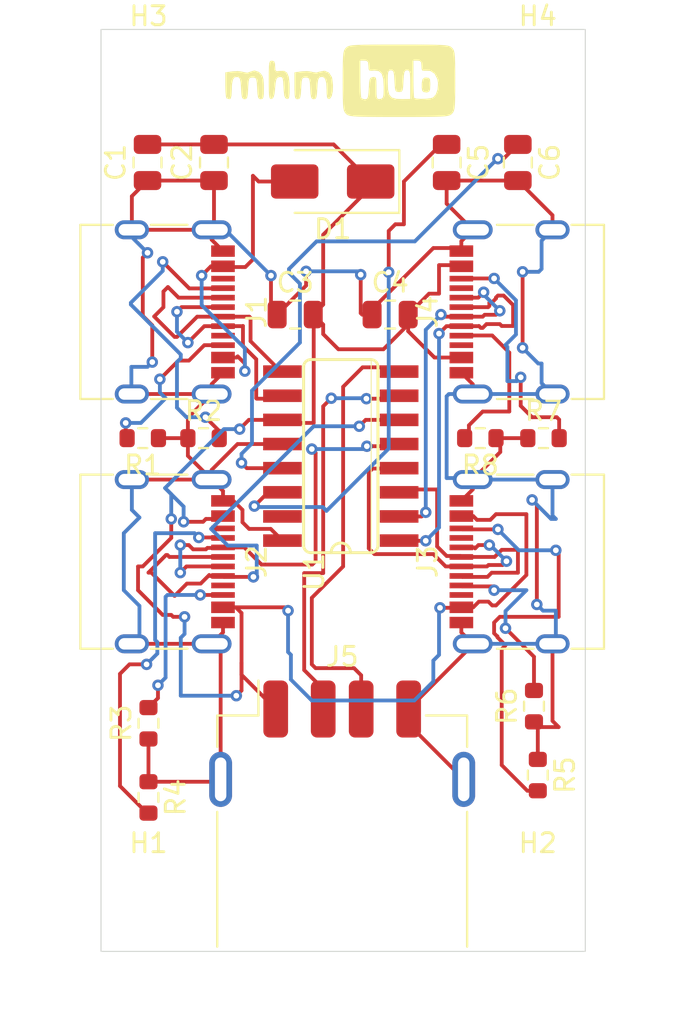
<source format=kicad_pcb>
(kicad_pcb (version 20240108) (generator "pcbnew") (generator_version "8.0")
  (layers (0 "F.Cu" signal) (31 "B.Cu" signal) (34 "B.Paste" user) (35 "F.Paste" user) (36 "B.SilkS" user "B.Silkscreen") (37 "F.SilkS" user "F.Silkscreen") (38 "B.Mask" user) (39 "F.Mask" user) (44 "Edge.Cuts" user))
  (net 0 "")
  (net 1 "VBUS")
  (net 2 "GND")
  (net 3 "Net-(U1-VDD18)")
  (net 4 "Net-(U1-VDD33)")
  (net 5 "Net-(D1-A)")
  (net 6 "usbc_1-")
  (net 8 "Net-(J1-CC2)")
  (net 9 "usbc_1+")
  (net 11 "Net-(J1-CC1)")
  (net 12 "usbc_2+")
  (net 13 "usbc_2-")
  (net 16 "Net-(J2-CC2)")
  (net 17 "Net-(J2-CC1)")
  (net 19 "usbc_3+")
  (net 21 "usbc_3-")
  (net 22 "Net-(J3-CC2)")
  (net 23 "Net-(J3-CC1)")
  (net 24 "usbc_4-")
  (net 25 "Net-(J4-CC1)")
  (net 26 "usbc_4+")
  (net 27 "Net-(J4-CC2)")
  (net 30 "usba+")
  (net 31 "usba-")
  (footprint "MountingHole:MountingHole_2.2mm_M2" (layer "F.Cu") (at 155.3 71.5)
    (property "Reference" "H4")
    (property "Value" "MountingHole")
  )
  (footprint "Resistor_SMD:R_0603_1608Metric" (layer "F.Cu") (at 137.7 90.5)
    (property "Reference" "R2")
    (property "Value" "5.1k")
  )
  (footprint "Connector_USB:USB_C_Receptacle_G-Switch_GT-USB-7010ASV" (layer "F.Cu") (at 135 97 -90)
    (property "Reference" "J2")
    (property "Value" "USB_C_Receptacle_USB2.0_16P")
  )
  (footprint "MountingHole:MountingHole_2.2mm_M2" (layer "F.Cu") (at 134.8 115)
    (property "Reference" "H1")
    (property "Value" "MountingHole")
  )
  (footprint "Capacitor_SMD:C_0805_2012Metric" (layer "F.Cu") (at 138.25 76 90)
    (property "Reference" "C2")
    (property "Value" "10uF")
  )
  (footprint "Resistor_SMD:R_0603_1608Metric" (layer "F.Cu") (at 152.275 90.5 180)
    (property "Reference" "R8")
    (property "Value" "5.1k")
  )
  (footprint "Resistor_SMD:R_0603_1608Metric" (layer "F.Cu") (at 134.8 105.5 90)
    (property "Reference" "R3")
    (property "Value" "5.1k")
  )
  (footprint "Capacitor_SMD:C_0805_2012Metric" (layer "F.Cu") (at 134.75 76 90)
    (property "Reference" "C1")
    (property "Value" "10uF")
  )
  (footprint "Capacitor_SMD:C_0805_2012Metric" (layer "F.Cu") (at 150.5 76 -90)
    (property "Reference" "C5")
    (property "Value" "10uF")
  )
  (footprint "corechips:SO16" (layer "F.Cu") (at 144.9266 91.445 90)
    (property "Reference" "U1")
    (property "Value" "SL2.1A")
  )
  (footprint "LOGO" (layer "F.Cu") (at 144.603667 71.657667)
    (property "Reference" "G***" (hide yes))
    (property "Value" "LOGO" (hide yes))
  )
  (footprint "Resistor_SMD:R_0603_1608Metric" (layer "F.Cu") (at 134.8 109.4 -90)
    (property "Reference" "R4")
    (property "Value" "5.1k")
  )
  (footprint "Resistor_SMD:R_0603_1608Metric" (layer "F.Cu") (at 155.3 108.225 -90)
    (property "Reference" "R5")
    (property "Value" "5.1k")
  )
  (footprint "Capacitor_SMD:C_0805_2012Metric" (layer "F.Cu") (at 142.525 84)
    (property "Reference" "C3")
    (property "Value" "10uF")
  )
  (footprint "Connector_USB:USB_A_Receptacle_GCT_USB1046" (layer "F.Cu") (at 145 112)
    (property "Reference" "J5")
    (property "Value" "USB_A")
  )
  (footprint "MountingHole:MountingHole_2.2mm_M2" (layer "F.Cu") (at 134.8 71.5)
    (property "Reference" "H3")
    (property "Value" "MountingHole")
  )
  (footprint "Resistor_SMD:R_0603_1608Metric" (layer "F.Cu") (at 155.1 104.6 90)
    (property "Reference" "R6")
    (property "Value" "5.1k")
  )
  (footprint "Diode_SMD:D_SMA" (layer "F.Cu") (at 144.5 77 180)
    (property "Reference" "D1")
    (property "Value" "D_Schottky_Small")
  )
  (footprint "Connector_USB:USB_C_Receptacle_G-Switch_GT-USB-7010ASV" (layer "F.Cu") (at 155 83.86 90)
    (property "Reference" "J4")
    (property "Value" "USB_C_Receptacle_USB2.0_16P")
  )
  (footprint "Capacitor_SMD:C_0805_2012Metric" (layer "F.Cu") (at 147.525 84)
    (property "Reference" "C4")
    (property "Value" "10uF")
  )
  (footprint "Connector_USB:USB_C_Receptacle_G-Switch_GT-USB-7010ASV" (layer "F.Cu") (at 155 97 90)
    (property "Reference" "J3")
    (property "Value" "USB_C_Receptacle_USB2.0_16P")
  )
  (footprint "Resistor_SMD:R_0603_1608Metric" (layer "F.Cu") (at 155.6 90.5)
    (property "Reference" "R7")
    (property "Value" "5.1k")
  )
  (footprint "Capacitor_SMD:C_0805_2012Metric" (layer "F.Cu") (at 154.25 76 -90)
    (property "Reference" "C6")
    (property "Value" "10uF")
  )
  (footprint "Resistor_SMD:R_0603_1608Metric" (layer "F.Cu") (at 134.5 90.5 180)
    (property "Reference" "R1")
    (property "Value" "5.1k" (hide yes))
  )
  (footprint "Connector_USB:USB_C_Receptacle_G-Switch_GT-USB-7010ASV" (layer "F.Cu") (at 135 83.86 -90)
    (property "Reference" "J1")
    (property "Value" "USB_C_Receptacle_USB2.0_16P")
  )
  (footprint "MountingHole:MountingHole_2.2mm_M2" (layer "F.Cu") (at 155.3 115)
    (property "Reference" "H2")
    (property "Value" "MountingHole")
  )
  (gr_rect (start 132.3 69) (end 157.8 117.5) (stroke (width 0.05)) (fill none) (layer "Edge.Cuts"))
  (segment (start 136 99.8) (end 135.55 99.8) (width 0.2) (layer "F.Cu") (net 1))
  (segment (start 135.55 99.8) (end 134.25 98.5) (width 0.2) (layer "F.Cu") (net 1))
  (segment (start 139.7 102.325) (end 139.7 103.775) (width 0.2) (layer "F.Cu") (net 1))
  (segment (start 139.7 103.775) (end 139.425 104.05) (width 0.2) (layer "F.Cu") (net 1))
  (segment (start 153.1 99.3) (end 152.9 99.3) (width 0.2) (layer "F.Cu") (net 1))
  (segment (start 138.25 75.05) (end 134.75 75.05) (width 0.2) (layer "F.Cu") (net 1))
  (segment (start 150.1 82.9) (end 150.1 81.4) (width 0.2) (layer "F.Cu") (net 1))
  (segment (start 151.275 86.26) (end 149.86 86.26) (width 0.2) (layer "F.Cu") (net 1))
  (segment (start 148.475 84.525) (end 147.175 85.825) (width 0.2) (layer "F.Cu") (net 1))
  (segment (start 150.1 81.4) (end 151.215 81.4) (width 0.2) (layer "F.Cu") (net 1))
  (segment (start 144.55 75.05) (end 146.5 77) (width 0.2) (layer "F.Cu") (net 1))
  (segment (start 151.215 81.4) (end 151.275 81.46) (width 0.2) (layer "F.Cu") (net 1))
  (segment (start 139.7 102.325) (end 139.7 102.95) (width 0.2) (layer "F.Cu") (net 1))
  (segment (start 144 85.025) (end 144.8 85.825) (width 0.2) (layer "F.Cu") (net 1))
  (segment (start 151.275 94.6) (end 151.9 94.6) (width 0.2) (layer "F.Cu") (net 1))
  (segment (start 138.725 99.4) (end 139.4 99.4) (width 0.2) (layer "F.Cu") (net 1))
  (segment (start 137.825 94.75) (end 138.575 94.75) (width 0.2) (layer "F.Cu") (net 1))
  (segment (start 143.5 84.5) (end 143.5 89.7) (width 0.2) (layer "F.Cu") (net 1))
  (segment (start 144 84.525) (end 143.475 84) (width 0.2) (layer "F.Cu") (net 1))
  (segment (start 134.25 97.25) (end 134.25 98.5) (width 0.2) (layer "F.Cu") (net 1))
  (segment (start 146.5 77.3) (end 144.5 79.3) (width 0.2) (layer "F.Cu") (net 1))
  (segment (start 143.5 89.7) (end 142.0132 89.7) (width 0.2) (layer "F.Cu") (net 1))
  (segment (start 139.4 99.4) (end 139.7 99.7) (width 0.2) (layer "F.Cu") (net 1))
  (segment (start 136.65 94.9) (end 137.675 94.9) (width 0.2) (layer "F.Cu") (net 1))
  (segment (start 141.975 99.4) (end 142.15 99.575) (width 0.2) (layer "F.Cu") (net 1))
  (segment (start 139.7 102.95) (end 141.5 104.75) (width 0.2) (layer "F.Cu") (net 1))
  (segment (start 138.25 75.05) (end 144.55 75.05) (width 0.2) (layer "F.Cu") (net 1))
  (segment (start 134.5 97.25) (end 134.25 97.25) (width 0.2) (layer "F.Cu") (net 1))
  (segment (start 139.7 99.7) (end 139.7 102.325) (width 0.2) (layer "F.Cu") (net 1))
  (segment (start 152.1 94.8) (end 152.8 94.8) (width 0.2) (layer "F.Cu") (net 1))
  (segment (start 151.9 99.4) (end 151.275 99.4) (width 0.2) (layer "F.Cu") (net 1))
  (segment (start 151.25 99.425) (end 151.275 99.4) (width 0.2) (layer "F.Cu") (net 1))
  (segment (start 144 83.475) (end 143.475 84) (width 0.2) (layer "F.Cu") (net 1))
  (segment (start 142.0132 89.7) (end 141.8532 89.54) (width 0.2) (layer "F.Cu") (net 1))
  (segment (start 151.9 94.6) (end 152.1 94.8) (width 0.2) (layer "F.Cu") (net 1))
  (segment (start 152.7 99.1) (end 152.2 99.1) (width 0.2) (layer "F.Cu") (net 1))
  (segment (start 148.475 84.875) (end 148.475 84) (width 0.2) (layer "F.Cu") (net 1))
  (segment (start 146.5 77) (end 146.5 77.3) (width 0.2) (layer "F.Cu") (net 1))
  (segment (start 136.7 99.9) (end 136.1 99.9) (width 0.2) (layer "F.Cu") (net 1))
  (segment (start 144.8 85.825) (end 147.175 85.825) (width 0.2) (layer "F.Cu") (net 1))
  (segment (start 138.725 99.4) (end 141.975 99.4) (width 0.2) (layer "F.Cu") (net 1))
  (segment (start 144.5 79.3) (end 144 79.8) (width 0.2) (layer "F.Cu") (net 1))
  (segment (start 148.475 84) (end 148.475 84.525) (width 0.2) (layer "F.Cu") (net 1))
  (segment (start 150.15 99.425) (end 151.25 99.425) (width 0.2) (layer "F.Cu") (net 1))
  (segment (start 154.7 97.7) (end 153.1 99.3) (width 0.2) (layer "F.Cu") (net 1))
  (segment (start 136 94.75) (end 136 95.75) (width 0.2) (layer "F.Cu") (net 1))
  (segment (start 149.575 82.9) (end 148.475 84) (width 0.2) (layer "F.Cu") (net 1))
  (segment (start 152.9 99.3) (end 152.7 99.1) (width 0.2) (layer "F.Cu") (net 1))
  (segment (start 144 79.8) (end 144 83.475) (width 0.2) (layer "F.Cu") (net 1))
  (segment (start 154.7 94.5) (end 154.7 97.7) (width 0.2) (layer "F.Cu") (net 1))
  (segment (start 149.86 86.26) (end 148.475 84.875) (width 0.2) (layer "F.Cu") (net 1))
  (segment (start 144 85.025) (end 144 84.525) (width 0.2) (layer "F.Cu") (net 1))
  (segment (start 134.5 97.25) (end 136 95.75) (width 0.2) (layer "F.Cu") (net 1))
  (segment (start 152.2 99.1) (end 151.9 99.4) (width 0.2) (layer "F.Cu") (net 1))
  (segment (start 141.8532 89.54) (end 140.085 89.54) (width 0.2) (layer "F.Cu") (net 1))
  (segment (start 138.575 94.75) (end 138.725 94.6) (width 0.2) (layer "F.Cu") (net 1))
  (segment (start 140.085 89.54) (end 139.6 90.025) (width 0.2) (layer "F.Cu") (net 1))
  (segment (start 153.1 94.5) (end 154.7 94.5) (width 0.2) (layer "F.Cu") (net 1))
  (segment (start 136.1 99.9) (end 136 99.8) (width 0.2) (layer "F.Cu") (net 1))
  (segment (start 137.675 94.9) (end 137.825 94.75) (width 0.2) (layer "F.Cu") (net 1))
  (segment (start 150.1 82.9) (end 149.575 82.9) (width 0.2) (layer "F.Cu") (net 1))
  (segment (start 152.8 94.8) (end 153.1 94.5) (width 0.2) (layer "F.Cu") (net 1))
  (via (at 139.6 90.025) (size 0.6) (drill 0.3) (layers "F.Cu" "B.Cu") (net 1))
  (via (at 139.425 104.05) (size 0.6) (drill 0.3) (layers "F.Cu" "B.Cu") (net 1))
  (via (at 150.15 99.425) (size 0.6) (drill 0.3) (layers "F.Cu" "B.Cu") (net 1))
  (via (at 136 94.75) (size 0.6) (drill 0.3) (layers "F.Cu" "B.Cu") (net 1))
  (via (at 136.7 99.9) (size 0.6) (drill 0.3) (layers "F.Cu" "B.Cu") (net 1))
  (via (at 136.65 94.9) (size 0.6) (drill 0.3) (layers "F.Cu" "B.Cu") (net 1))
  (via (at 142.15 99.575) (size 0.6) (drill 0.3) (layers "F.Cu" "B.Cu") (net 1))
  (segment (start 136.5 101) (end 136.5 104.05) (width 0.2) (layer "B.Cu") (net 1))
  (segment (start 149.8 103.3) (end 149.8 102.2) (width 0.2) (layer "B.Cu") (net 1))
  (segment (start 139.425 104.05) (end 136.5 104.05) (width 0.2) (layer "B.Cu") (net 1))
  (segment (start 139.6 90.025) (end 138.775 90.025) (width 0.2) (layer "B.Cu") (net 1))
  (segment (start 142.3 103.2) (end 143.4 104.3) (width 0.2) (layer "B.Cu") (net 1))
  (segment (start 136.7 100) (end 136.7 99.9) (width 0.2) (layer "B.Cu") (net 1))
  (segment (start 136.7 100.8) (end 136.5 101) (width 0.2) (layer "B.Cu") (net 1))
  (segment (start 143.4 104.3) (end 148.8 104.3) (width 0.2) (layer "B.Cu") (net 1))
  (segment (start 136 93.45) (end 136 94.75) (width 0.2) (layer "B.Cu") (net 1))
  (segment (start 136.7 100) (end 136.7 100.8) (width 0.2) (layer "B.Cu") (net 1))
  (segment (start 142.15 99.575) (end 142.15 101.75) (width 0.2) (layer "B.Cu") (net 1))
  (segment (start 135.675 93.125) (end 136.65 94.1) (width 0.2) (layer "B.Cu") (net 1))
  (segment (start 148.8 104.3) (end 149.8 103.3) (width 0.2) (layer "B.Cu") (net 1))
  (segment (start 142.3 101.9) (end 142.3 103.2) (width 0.2) (layer "B.Cu") (net 1))
  (segment (start 135.675 93.125) (end 138.775 90.025) (width 0.2) (layer "B.Cu") (net 1))
  (segment (start 149.8 102.2) (end 150.1 101.9) (width 0.2) (layer "B.Cu") (net 1))
  (segment (start 135.675 93.125) (end 136 93.45) (width 0.2) (layer "B.Cu") (net 1))
  (segment (start 150.1 99.475) (end 150.15 99.425) (width 0.2) (layer "B.Cu") (net 1))
  (segment (start 150.1 101.9) (end 150.1 99.475) (width 0.2) (layer "B.Cu") (net 1))
  (segment (start 136.65 94.1) (end 136.65 94.9) (width 0.2) (layer "B.Cu") (net 1))
  (segment (start 142.15 101.75) (end 142.3 101.9) (width 0.2) (layer "B.Cu") (net 1))
  (segment (start 138.125 92.68) (end 138.725 93.28) (width 0.2) (layer "F.Cu") (net 2))
  (segment (start 134.5 84.065686) (end 135 84.565686) (width 0.2) (layer "F.Cu") (net 2))
  (segment (start 138.125 92.175) (end 138.125 92.68) (width 0.2) (layer "F.Cu") (net 2))
  (segment (start 156.075 79.54) (end 156.075 78.775) (width 0.2) (layer "F.Cu") (net 2))
  (segment (start 138.25 77.475) (end 138.25 79.415) (width 0.2) (layer "F.Cu") (net 2))
  (segment (start 148.5 105.55) (end 151.4 108.45) (width 0.2) (layer "F.Cu") (net 2))
  (segment (start 138.125 79.54) (end 133.925 79.54) (width 0.2) (layer "F.Cu") (net 2))
  (segment (start 154.25 76.95) (end 150.5 76.95) (width 0.2) (layer "F.Cu") (net 2))
  (segment (start 141.8532 90.81) (end 139.49 90.81) (width 0.2) (layer "F.Cu") (net 2))
  (segment (start 150.5 78.165) (end 151.875 79.54) (width 0.2) (layer "F.Cu") (net 2))
  (segment (start 151.115 80.5) (end 151.275 80.66) (width 0.2) (layer "F.Cu") (net 2))
  (segment (start 134.5 81) (end 134.75 80.75) (width 0.2) (layer "F.Cu") (net 2))
  (segment (start 151.875 101.375) (end 151.875 101.32) (width 0.2) (layer "F.Cu") (net 2))
  (segment (start 145.975 83.925) (end 146.05 84) (width 0.2) (layer "F.Cu") (net 2))
  (segment (start 141.25 81.95) (end 141.25 83.8) (width 0.2) (layer "F.Cu") (net 2))
  (segment (start 134.5 84) (end 134.5 81) (width 0.2) (layer "F.Cu") (net 2))
  (segment (start 154.775 90.5) (end 153.1 90.5) (width 0.2) (layer "F.Cu") (net 2))
  (segment (start 138.475 108.575) (end 138.6 108.45) (width 0.2) (layer "F.Cu") (net 2))
  (segment (start 156.075 105.375) (end 156.4 105.7) (width 0.2) (layer "F.Cu") (net 2))
  (segment (start 141.2382 95.275) (end 140.1 95.275) (width 0.2) (layer "F.Cu") (net 2))
  (segment (start 153.325 91.23) (end 151.875 92.68) (width 0.2) (layer "F.Cu") (net 2))
  (segment (start 138.25 79.415) (end 138.125 79.54) (width 0.2) (layer "F.Cu") (net 2))
  (segment (start 135 86.5) (end 135 84.565686) (width 0.2) (layer "F.Cu") (net 2))
  (segment (start 139.275 93.8) (end 139.75 94.275) (width 0.2) (layer "F.Cu") (net 2))
  (segment (start 134.8 108.575) (end 138.475 108.575) (width 0.2) (layer "F.Cu") (net 2))
  (segment (start 138.125 80.06) (end 138.725 80.66) (width 0.2) (layer "F.Cu") (net 2))
  (segment (start 138.725 93.28) (end 138.725 93.8) (width 0.2) (layer "F.Cu") (net 2))
  (segment (start 139.75 94.925) (end 140.1 95.275) (width 0.2) (layer "F.Cu") (net 2))
  (segment (start 148.5 104.75) (end 148.5 105.55) (width 0.2) (layer "F.Cu") (net 2))
  (segment (start 138.125 79.54) (end 138.125 80.06) (width 0.2) (layer "F.Cu") (net 2))
  (segment (start 133.925 88.18) (end 138.125 88.18) (width 0.2) (layer "F.Cu") (net 2))
  (segment (start 138.725 93.8) (end 139.275 93.8) (width 0.2) (layer "F.Cu") (net 2))
  (segment (start 150.5 76.95) (end 150.5 78.165) (width 0.2) (layer "F.Cu") (net 2))
  (segment (start 138.125 87.66) (end 138.725 87.06) (width 0.2) (layer "F.Cu") (net 2))
  (segment (start 151.875 93.2) (end 151.275 93.8) (width 0.2) (layer "F.Cu") (net 2))
  (segment (start 138.125 92.68) (end 133.925 92.68) (width 0.2) (layer "F.Cu") (net 2))
  (segment (start 143.1 82.475) (end 141.575 84) (width 0.2) (layer "F.Cu") (net 2))
  (segment (start 134.8 106.325) (end 134.8 108.575) (width 0.2) (layer "F.Cu") (net 2))
  (segment (start 133.925 77.775) (end 134.75 76.95) (width 0.2) (layer "F.Cu") (net 2))
  (segment (start 151.275 80.14) (end 151.875 79.54) (width 0.2) (layer "F.Cu") (net 2))
  (segment (start 138.6 108.45) (end 138.6 101.795) (width 0.2) (layer "F.Cu") (net 2))
  (segment (start 138.6 101.795) (end 138.125 101.32) (width 0.2) (layer "F.Cu") (net 2))
  (segment (start 155.3 107.4) (end 155.3 105.625) (width 0.2) (layer "F.Cu") (net 2))
  (segment (start 151.875 92.68) (end 151.875 93.2) (width 0.2) (layer "F.Cu") (net 2))
  (segment (start 149.8 80.5) (end 151.115 80.5) (width 0.2) (layer "F.Cu") (net 2))
  (segment (start 151.875 88.18) (end 151.875 87.66) (width 0.2) (layer "F.Cu") (net 2))
  (segment (start 151.875 87.66) (end 151.275 87.06) (width 0.2) (layer "F.Cu") (net 2))
  (segment (start 134.5 84.065686) (end 134.5 84) (width 0.2) (layer "F.Cu") (net 2))
  (segment (start 154.5 85.75) (end 154.5 81.75) (width 0.2) (layer "F.Cu") (net 2))
  (segment (start 156.075 101.32) (end 156.075 105.375) (width 0.2) (layer "F.Cu") (net 2))
  (segment (start 148.5 104.75) (end 151.875 101.375) (width 0.2) (layer "F.Cu") (net 2))
  (segment (start 141.8532 95.89) (end 141.2382 95.275) (width 0.2) (layer "F.Cu") (net 2))
  (segment (start 145.975 81.9) (end 145.975 83.925) (width 0.2) (layer "F.Cu") (net 2))
  (segment (start 146.05 84) (end 146.3 84) (width 0.2) (layer "F.Cu") (net 2))
  (segment (start 156.075 78.775) (end 154.25 76.95) (width 0.2) (layer "F.Cu") (net 2))
  (segment (start 135.325 90.5) (end 136.875 90.5) (width 0.2) (layer "F.Cu") (net 2))
  (segment (start 151.275 100.2) (end 151.275 100.72) (width 0.2) (layer "F.Cu") (net 2))
  (segment (start 151.275 100.72) (end 151.875 101.32) (width 0.2) (layer "F.Cu") (net 2))
  (segment (start 136.875 91.43) (end 138.125 92.68) (width 0.2) (layer "F.Cu") (net 2))
  (segment (start 155.25 99.25) (end 155.25 94) (width 0.2) (layer "F.Cu") (net 2))
  (segment (start 146.3 84) (end 149.8 80.5) (width 0.2) (layer "F.Cu") (net 2))
  (segment (start 139.75 94.275) (end 139.75 94.925) (width 0.2) (layer "F.Cu") (net 2))
  (segment (start 136.875 90.5) (end 136.875 89.43) (width 0.2) (layer "F.Cu") (net 2))
  (segment (start 134.75 76.95) (end 138.25 76.95) (width 0.2) (layer "F.Cu") (net 2))
  (segment (start 136.875 90.5) (end 136.875 91.43) (width 0.2) (layer "F.Cu") (net 2))
  (segment (start 143.1 81.725) (end 143.1 82.475) (width 0.2) (layer "F.Cu") (net 2))
  (segment (start 136.875 89.43) (end 138.125 88.18) (width 0.2) (layer "F.Cu") (net 2))
  (segment (start 138.125 88.18) (end 138.125 87.66) (width 0.2) (layer "F.Cu") (net 2))
  (segment (start 155.375 105.7) (end 155.1 105.425) (width 0.2) (layer "F.Cu") (net 2))
  (segment (start 156.4 105.7) (end 155.375 105.7) (width 0.2) (layer "F.Cu") (net 2))
  (segment (start 138.725 100.2) (end 138.725 100.72) (width 0.2) (layer "F.Cu") (net 2))
  (segment (start 153.325 90.5) (end 153.325 91.23) (width 0.2) (layer "F.Cu") (net 2))
  (segment (start 133.925 79.54) (end 133.925 77.775) (width 0.2) (layer "F.Cu") (net 2))
  (segment (start 133.925 101.32) (end 138.125 101.32) (width 0.2) (layer "F.Cu") (net 2))
  (segment (start 151.275 80.66) (end 151.275 80.14) (width 0.2) (layer "F.Cu") (net 2))
  (segment (start 138.725 100.72) (end 138.125 101.32) (width 0.2) (layer "F.Cu") (net 2))
  (segment (start 155.3 105.625) (end 155.1 105.425) (width 0.2) (layer "F.Cu") (net 2))
  (segment (start 139.49 90.81) (end 138.125 92.175) (width 0.2) (layer "F.Cu") (net 2))
  (segment (start 155.25 94) (end 155 93.75) (width 0.2) (layer "F.Cu") (net 2))
  (via (at 145.975 81.9) (size 0.6) (drill 0.3) (layers "F.Cu" "B.Cu") (net 2))
  (via (at 154.5 85.75) (size 0.6) (drill 0.3) (layers "F.Cu" "B.Cu") (net 2))
  (via (at 143.1 81.725) (size 0.6) (drill 0.3) (layers "F.Cu" "B.Cu") (net 2))
  (via (at 134.75 80.75) (size 0.6) (drill 0.3) (layers "F.Cu" "B.Cu") (net 2))
  (via (at 135 86.5) (size 0.6) (drill 0.3) (layers "F.Cu" "B.Cu") (net 2))
  (via (at 155 93.75) (size 0.6) (drill 0.3) (layers "F.Cu" "B.Cu") (net 2))
  (via (at 155.25 99.25) (size 0.6) (drill 0.3) (layers "F.Cu" "B.Cu") (net 2))
  (via (at 141.25 81.95) (size 0.6) (drill 0.3) (layers "F.Cu" "B.Cu") (net 2))
  (via (at 154.5 81.75) (size 0.6) (drill 0.3) (layers "F.Cu" "B.Cu") (net 2))
  (segment (start 156.25 99.575) (end 156.25 101.145) (width 0.2) (layer "B.Cu") (net 2))
  (segment (start 133.9 88.155) (end 133.925 88.18) (width 0.2) (layer "B.Cu") (net 2))
  (segment (start 145.8 81.725) (end 145.975 81.9) (width 0.2) (layer "B.Cu") (net 2))
  (segment (start 155.5 86.575) (end 155.325 86.575) (width 0.2) (layer "B.Cu") (net 2))
  (segment (start 134.325 94.675) (end 133.925 94.275) (width 0.2) (layer "B.Cu") (net 2))
  (segment (start 133.925 79.925) (end 133.925 79.54) (width 0.2) (layer "B.Cu") (net 2))
  (segment (start 155.5 86.575) (end 155.5 87.605) (width 0.2) (layer "B.Cu") (net 2))
  (segment (start 134.325 94.675) (end 133.5 95.5) (width 0.2) (layer "B.Cu") (net 2))
  (segment (start 155.325 86.575) (end 154.5 85.75) (width 0.2) (layer "B.Cu") (net 2))
  (segment (start 134.325 99.325) (end 134.325 100.92) (width 0.2) (layer "B.Cu") (net 2))
  (segment (start 133.5 98.5) (end 134.325 99.325) (width 0.2) (layer "B.Cu") (net 2))
  (segment (start 154.5 81.75) (end 155.35 81.75) (width 0.2) (layer "B.Cu") (net 2))
  (segment (start 156.075 92.68) (end 151.875 92.68) (width 0.2) (layer "B.Cu") (net 2))
  (segment (start 156.25 101.145) (end 156.075 101.32) (width 0.2) (layer "B.Cu") (net 2))
  (segment (start 156.075 92.68) (end 156.075 94.575) (width 0.2) (layer "B.Cu") (net 2))
  (segment (start 155 93.75) (end 156 94.75) (width 0.2) (layer "B.Cu") (net 2))
  (segment (start 155.5 81.6) (end 155.5 80.115) (width 0.2) (layer "B.Cu") (net 2))
  (segment (start 155.5 80.115) (end 156.075 79.54) (width 0.2) (layer "B.Cu") (net 2))
  (segment (start 155.5 87.605) (end 156.075 88.18) (width 0.2) (layer "B.Cu") (net 2))
  (segment (start 156 94.75) (end 156.25 94.75) (width 0.2) (layer "B.Cu") (net 2))
  (segment (start 155.575 99.575) (end 155.25 99.25) (width 0.2) (layer "B.Cu") (net 2))
  (segment (start 133.9 86.75) (end 133.9 88.155) (width 0.2) (layer "B.Cu") (net 2))
  (segment (start 156.075 88.18) (end 151.875 88.18) (width 0.2) (layer "B.Cu") (net 2))
  (segment (start 150.62 88.18) (end 150.5 88.3) (width 0.2) (layer "B.Cu") (net 2))
  (segment (start 156.075 101.32) (end 151.875 101.32) (width 0.2) (layer "B.Cu") (net 2))
  (segment (start 155.35 81.75) (end 155.5 81.6) (width 0.2) (layer "B.Cu") (net 2))
  (segment (start 138.84 79.54) (end 141.25 81.95) (width 0.2) (layer "B.Cu") (net 2))
  (segment (start 156.075 94.575) (end 156.25 94.75) (width 0.2) (layer "B.Cu") (net 2))
  (segment (start 133.9 86.75) (end 134.75 86.75) (width 0.2) (layer "B.Cu") (net 2))
  (segment (start 151.875 88.18) (end 150.62 88.18) (width 0.2) (layer "B.Cu") (net 2))
  (segment (start 143.1 81.725) (end 145.8 81.725) (width 0.2) (layer "B.Cu") (net 2))
  (segment (start 134.325 100.92) (end 133.925 101.32) (width 0.2) (layer "B.Cu") (net 2))
  (segment (start 134.75 80.75) (end 133.925 79.925) (width 0.2) (layer "B.Cu") (net 2))
  (segment (start 134.75 86.75) (end 135 86.5) (width 0.2) (layer "B.Cu") (net 2))
  (segment (start 156.25 99.575) (end 155.575 99.575) (width 0.2) (layer "B.Cu") (net 2))
  (segment (start 133.5 95.5) (end 133.5 98.5) (width 0.2) (layer "B.Cu") (net 2))
  (segment (start 150.5 92.6) (end 151.795 92.6) (width 0.2) (layer "B.Cu") (net 2))
  (segment (start 133.925 94.275) (end 133.925 92.68) (width 0.2) (layer "B.Cu") (net 2))
  (segment (start 150.5 88.3) (end 150.5 92.6) (width 0.2) (layer "B.Cu") (net 2))
  (segment (start 138.125 79.54) (end 138.84 79.54) (width 0.2) (layer "B.Cu") (net 2))
  (segment (start 151.795 92.6) (end 151.875 92.68) (width 0.2) (layer "B.Cu") (net 2))
  (segment (start 150.5 75.05) (end 150.2 75.05) (width 0.2) (layer "F.Cu") (net 3))
  (segment (start 148.25 79.25) (end 147.8 79.25) (width 0.2) (layer "F.Cu") (net 3))
  (segment (start 140.375 94.075) (end 141.1 93.35) (width 0.2) (layer "F.Cu") (net 3))
  (segment (start 147.45 79.6) (end 147.45 81.775) (width 0.2) (layer "F.Cu") (net 3))
  (segment (start 150.2 75.05) (end 148.25 77) (width 0.2) (layer "F.Cu") (net 3))
  (segment (start 148.25 77) (end 148.25 79.25) (width 0.2) (layer "F.Cu") (net 3))
  (segment (start 147.8 79.25) (end 147.45 79.6) (width 0.2) (layer "F.Cu") (net 3))
  (segment (start 141.1 93.35) (end 141.8532 93.35) (width 0.2) (layer "F.Cu") (net 3))
  (via (at 147.45 81.775) (size 0.6) (drill 0.3) (layers "F.Cu" "B.Cu") (net 3))
  (via (at 140.375 94.075) (size 0.6) (drill 0.3) (layers "F.Cu" "B.Cu") (net 3))
  (segment (start 140.425 94.125) (end 143.975 94.125) (width 0.2) (layer "B.Cu") (net 3))
  (segment (start 144.175 94.325) (end 143.975 94.125) (width 0.2) (layer "B.Cu") (net 3))
  (segment (start 140.425 94.125) (end 140.375 94.075) (width 0.2) (layer "B.Cu") (net 3))
  (segment (start 147.45 81.775) (end 147.45 91.05) (width 0.2) (layer "B.Cu") (net 3))
  (segment (start 147.45 91.05) (end 144.175 94.325) (width 0.2) (layer "B.Cu") (net 3))
  (segment (start 153.2 75.8) (end 153.5 75.8) (width 0.2) (layer "F.Cu") (net 4))
  (segment (start 139.98 92.08) (end 139.7 91.8) (width 0.2) (layer "F.Cu") (net 4))
  (segment (start 153.5 75.8) (end 154.25 75.05) (width 0.2) (layer "F.Cu") (net 4))
  (segment (start 141.8532 92.08) (end 139.98 92.08) (width 0.2) (layer "F.Cu") (net 4))
  (via (at 139.7 91.8) (size 0.6) (drill 0.3) (layers "F.Cu" "B.Cu") (net 4))
  (via (at 153.2 75.8) (size 0.6) (drill 0.3) (layers "F.Cu" "B.Cu") (net 4))
  (segment (start 153.225 75.75) (end 153.225 75.775) (width 0.2) (layer "B.Cu") (net 4))
  (segment (start 142.775 85.475) (end 142.775 82.375) (width 0.2) (layer "B.Cu") (net 4))
  (segment (start 140.25 90.775) (end 140.25 88) (width 0.2) (layer "B.Cu") (net 4))
  (segment (start 143.65 80.15) (end 148.825 80.15) (width 0.2) (layer "B.Cu") (net 4))
  (segment (start 153.225 75.775) (end 153.2 75.8) (width 0.2) (layer "B.Cu") (net 4))
  (segment (start 142.2 81.6) (end 143.65 80.15) (width 0.2) (layer "B.Cu") (net 4))
  (segment (start 142.2 81.8) (end 142.2 81.6) (width 0.2) (layer "B.Cu") (net 4))
  (segment (start 142.775 82.375) (end 142.2 81.8) (width 0.2) (layer "B.Cu") (net 4))
  (segment (start 140.25 88) (end 142.775 85.475) (width 0.2) (layer "B.Cu") (net 4))
  (segment (start 139.7 91.8) (end 139.7 91.325) (width 0.2) (layer "B.Cu") (net 4))
  (segment (start 139.7 91.325) (end 140.25 90.775) (width 0.2) (layer "B.Cu") (net 4))
  (segment (start 148.825 80.15) (end 153.225 75.75) (width 0.2) (layer "B.Cu") (net 4))
  (segment (start 139.875 86.975) (end 139.875 86.575) (width 0.2) (layer "F.Cu") (net 5))
  (segment (start 139.9 81.5) (end 138.765 81.5) (width 0.2) (layer "F.Cu") (net 5))
  (segment (start 140.3 81.1) (end 139.9 81.5) (width 0.2) (layer "F.Cu") (net 5))
  (segment (start 138.765 81.5) (end 138.725 81.46) (width 0.2) (layer "F.Cu") (net 5))
  (segment (start 139.875 86.575) (end 139.5 86.2) (width 0.2) (layer "F.Cu") (net 5))
  (segment (start 138.09 81.46) (end 137.6 81.95) (width 0.2) (layer "F.Cu") (net 5))
  (segment (start 140.6 77) (end 140.3 76.7) (width 0.2) (layer "F.Cu") (net 5))
  (segment (start 138.725 81.46) (end 138.09 81.46) (width 0.2) (layer "F.Cu") (net 5))
  (segment (start 142.5 77) (end 140.6 77) (width 0.2) (layer "F.Cu") (net 5))
  (segment (start 140.3 76.7) (end 140.3 81.1) (width 0.2) (layer "F.Cu") (net 5))
  (segment (start 139.5 86.2) (end 139.44 86.26) (width 0.2) (layer "F.Cu") (net 5))
  (segment (start 139.44 86.26) (end 138.725 86.26) (width 0.2) (layer "F.Cu") (net 5))
  (via (at 137.6 81.95) (size 0.6) (drill 0.3) (layers "F.Cu" "B.Cu") (net 5))
  (via (at 139.875 86.975) (size 0.6) (drill 0.3) (layers "F.Cu" "B.Cu") (net 5))
  (segment (start 139.875 85.775) (end 139.875 86.975) (width 0.2) (layer "B.Cu") (net 5))
  (segment (start 137.6 83.5) (end 139.875 85.775) (width 0.2) (layer "B.Cu") (net 5))
  (segment (start 137.6 81.95) (end 137.6 83.5) (width 0.2) (layer "B.Cu") (net 5))
  (segment (start 135.825 82.55) (end 136.385 83.11) (width 0.2) (layer "F.Cu") (net 6))
  (segment (start 140.175 84.175) (end 140.175 85.4) (width 0.2) (layer "F.Cu") (net 6))
  (segment (start 136.175 85.175) (end 135.1 84.1) (width 0.2) (layer "F.Cu") (net 6))
  (segment (start 137.365 84.11) (end 136.3 85.175) (width 0.2) (layer "F.Cu") (net 6))
  (segment (start 140.175 85.4) (end 141.775 87) (width 0.2) (layer "F.Cu") (net 6))
  (segment (start 138.725 84.11) (end 137.365 84.11) (width 0.2) (layer "F.Cu") (net 6))
  (segment (start 135.1 84.1) (end 135.588235 83.611765) (width 0.2) (layer "F.Cu") (net 6))
  (segment (start 138.725 84.11) (end 140.11 84.11) (width 0.2) (layer "F.Cu") (net 6))
  (segment (start 135.588235 82.786765) (end 135.825 82.55) (width 0.2) (layer "F.Cu") (net 6))
  (segment (start 141.725 87) (end 141.8532 87) (width 0.2) (layer "F.Cu") (net 6))
  (segment (start 136.3 85.175) (end 136.175 85.175) (width 0.2) (layer "F.Cu") (net 6))
  (segment (start 136.385 83.11) (end 138.725 83.11) (width 0.2) (layer "F.Cu") (net 6))
  (segment (start 140.11 84.11) (end 140.175 84.175) (width 0.2) (layer "F.Cu") (net 6))
  (segment (start 135.588235 83.611765) (end 135.588235 82.786765) (width 0.2) (layer "F.Cu") (net 6))
  (segment (start 141.775 87) (end 141.8532 87) (width 0.2) (layer "F.Cu") (net 6))
  (segment (start 136.38 86.42) (end 135.4 87.4) (width 0.2) (layer "F.Cu") (net 8))
  (segment (start 136.93 86.42) (end 136.38 86.42) (width 0.2) (layer "F.Cu") (net 8))
  (segment (start 133.6 90.425) (end 133.675 90.5) (width 0.2) (layer "F.Cu") (net 8))
  (segment (start 136.93 86.42) (end 137.74 85.61) (width 0.2) (layer "F.Cu") (net 8))
  (segment (start 133.6 89.7) (end 133.6 90.425) (width 0.2) (layer "F.Cu") (net 8))
  (segment (start 137.74 85.61) (end 138.725 85.61) (width 0.2) (layer "F.Cu") (net 8))
  (via (at 135.4 87.4) (size 0.6) (drill 0.3) (layers "F.Cu" "B.Cu") (net 8))
  (via (at 133.6 89.7) (size 0.6) (drill 0.3) (layers "F.Cu" "B.Cu") (net 8))
  (segment (start 135.4 88.1) (end 135.7 88.4) (width 0.2) (layer "B.Cu") (net 8))
  (segment (start 134.4 89.7) (end 133.6 89.7) (width 0.2) (layer "B.Cu") (net 8))
  (segment (start 135.4 87.4) (end 135.4 88.1) (width 0.2) (layer "B.Cu") (net 8))
  (segment (start 135.7 88.4) (end 134.4 89.7) (width 0.2) (layer "B.Cu") (net 8))
  (segment (start 141.6982 88.425) (end 141.8532 88.27) (width 0.2) (layer "F.Cu") (net 9))
  (segment (start 140.5 88.425) (end 141.6982 88.425) (width 0.2) (layer "F.Cu") (net 9))
  (segment (start 140.475 88.4) (end 140.5 88.425) (width 0.2) (layer "F.Cu") (net 9))
  (segment (start 138.725 83.61) (end 136.54 83.61) (width 0.2) (layer "F.Cu") (net 9))
  (segment (start 139.765 84.61) (end 139.775 84.6) (width 0.2) (layer "F.Cu") (net 9))
  (segment (start 136.875 85.475) (end 137.74 84.61) (width 0.2) (layer "F.Cu") (net 9))
  (segment (start 139.775 85.65) (end 140.475 86.35) (width 0.2) (layer "F.Cu") (net 9))
  (segment (start 138.725 84.61) (end 139.765 84.61) (width 0.2) (layer "F.Cu") (net 9))
  (segment (start 137.74 84.61) (end 138.725 84.61) (width 0.2) (layer "F.Cu") (net 9))
  (segment (start 140.475 86.35) (end 140.475 88.4) (width 0.2) (layer "F.Cu") (net 9))
  (segment (start 136.54 83.61) (end 136.3 83.85) (width 0.2) (layer "F.Cu") (net 9))
  (segment (start 139.775 84.6) (end 139.775 85.65) (width 0.2) (layer "F.Cu") (net 9))
  (via (at 136.3 83.85) (size 0.6) (drill 0.3) (layers "F.Cu" "B.Cu") (net 9))
  (via (at 136.875 85.475) (size 0.6) (drill 0.3) (layers "F.Cu" "B.Cu") (net 9))
  (segment (start 136.3 83.85) (end 136.3 84.9) (width 0.2) (layer "B.Cu") (net 9))
  (segment (start 136.3 84.9) (end 136.875 85.475) (width 0.2) (layer "B.Cu") (net 9))
  (segment (start 135.55 81.225) (end 136.95 82.625) (width 0.2) (layer "F.Cu") (net 11))
  (segment (start 138.71 82.625) (end 138.725 82.61) (width 0.2) (layer "F.Cu") (net 11))
  (segment (start 136.95 82.625) (end 138.71 82.625) (width 0.2) (layer "F.Cu") (net 11))
  (segment (start 138.525 90.125) (end 137.8 89.4) (width 0.2) (layer "F.Cu") (net 11))
  (segment (start 138.525 90.5) (end 138.525 90.125) (width 0.2) (layer "F.Cu") (net 11))
  (via (at 137.8 89.4) (size 0.6) (drill 0.3) (layers "F.Cu" "B.Cu") (net 11))
  (via (at 135.55 81.225) (size 0.6) (drill 0.3) (layers "F.Cu" "B.Cu") (net 11))
  (segment (start 136.5 86.3) (end 136.5 86.1) (width 0.2) (layer "B.Cu") (net 11))
  (segment (start 136.5 86.1) (end 133.875 83.475) (width 0.2) (layer "B.Cu") (net 11))
  (segment (start 133.875 83.375) (end 135.55 81.7) (width 0.2) (layer "B.Cu") (net 11))
  (segment (start 136.8 89.4) (end 136.3 88.9) (width 0.2) (layer "B.Cu") (net 11))
  (segment (start 136.3 88.9) (end 136.3 86.5) (width 0.2) (layer "B.Cu") (net 11))
  (segment (start 135.55 81.7) (end 135.55 81.225) (width 0.2) (layer "B.Cu") (net 11))
  (segment (start 136.3 86.5) (end 136.5 86.3) (width 0.2) (layer "B.Cu") (net 11))
  (segment (start 137.8 89.4) (end 136.8 89.4) (width 0.2) (layer "B.Cu") (net 11))
  (segment (start 133.875 83.475) (end 133.875 83.375) (width 0.2) (layer "B.Cu") (net 11))
  (segment (start 138.725 96.75) (end 135.9 96.75) (width 0.2) (layer "F.Cu") (net 12))
  (segment (start 135.8 96.65) (end 135.725 96.65) (width 0.2) (layer "F.Cu") (net 12))
  (segment (start 140.325 97.8) (end 138.775 97.8) (width 0.2) (layer "F.Cu") (net 12))
  (segment (start 138.775 97.8) (end 138.725 97.75) (width 0.2) (layer "F.Cu") (net 12))
  (segment (start 136.825 98.15) (end 137.55 98.15) (width 0.2) (layer "F.Cu") (net 12))
  (segment (start 137.55 98.15) (end 138 97.7) (width 0.2) (layer "F.Cu") (net 12))
  (segment (start 134.95 97.575) (end 136.175 98.8) (width 0.2) (layer "F.Cu") (net 12))
  (segment (start 138.05 97.75) (end 138.725 97.75) (width 0.2) (layer "F.Cu") (net 12))
  (segment (start 146.235 89.54) (end 145.9 89.875) (width 0.2) (layer "F.Cu") (net 12))
  (segment (start 134.8 97.575) (end 134.95 97.575) (width 0.2) (layer "F.Cu") (net 12))
  (segment (start 136.175 98.8) (end 136.825 98.15) (width 0.2) (layer "F.Cu") (net 12))
  (segment (start 138 97.7) (end 138.05 97.75) (width 0.2) (layer "F.Cu") (net 12))
  (segment (start 148 89.54) (end 146.235 89.54) (width 0.2) (layer "F.Cu") (net 12))
  (segment (start 135.9 96.75) (end 135.8 96.65) (width 0.2) (layer "F.Cu") (net 12))
  (segment (start 135.725 96.65) (end 134.8 97.575) (width 0.2) (layer "F.Cu") (net 12))
  (via (at 140.325 97.8) (size 0.6) (drill 0.3) (layers "F.Cu" "B.Cu") (net 12))
  (via (at 145.9 89.875) (size 0.6) (drill 0.3) (layers "F.Cu" "B.Cu") (net 12))
  (segment (start 143.5 89.875) (end 138.1 95.275) (width 0.2) (layer "B.Cu") (net 12))
  (segment (start 140.5 97.625) (end 140.325 97.8) (width 0.2) (layer "B.Cu") (net 12))
  (segment (start 138.975 96.15) (end 140.5 96.15) (width 0.2) (layer "B.Cu") (net 12))
  (segment (start 140.5 96.15) (end 140.5 97.625) (width 0.2) (layer "B.Cu") (net 12))
  (segment (start 145.9 89.875) (end 143.5 89.875) (width 0.2) (layer "B.Cu") (net 12))
  (segment (start 138.1 95.275) (end 138.975 96.15) (width 0.2) (layer "B.Cu") (net 12))
  (segment (start 137.9 96.275) (end 138.7 96.275) (width 0.2) (layer "F.Cu") (net 13))
  (segment (start 137.825 96.35) (end 137.9 96.275) (width 0.2) (layer "F.Cu") (net 13))
  (segment (start 139.85 96.25) (end 140.75 97.15) (width 0.2) (layer "F.Cu") (net 13))
  (segment (start 136.925 96.125) (end 137.15 96.35) (width 0.2) (layer "F.Cu") (net 13))
  (segment (start 143.6 91.275) (end 143.4 91.075) (width 0.2) (layer "F.Cu") (net 13))
  (segment (start 146.3 90.925) (end 147.885 90.925) (width 0.2) (layer "F.Cu") (net 13))
  (segment (start 143.6 96.975) (end 143.6 91.275) (width 0.2) (layer "F.Cu") (net 13))
  (segment (start 136.8 97.25) (end 136.475 97.575) (width 0.2) (layer "F.Cu") (net 13))
  (segment (start 143.425 97.15) (end 143.6 96.975) (width 0.2) (layer "F.Cu") (net 13))
  (segment (start 138.7 96.275) (end 138.725 96.25) (width 0.2) (layer "F.Cu") (net 13))
  (segment (start 147.885 90.925) (end 148 90.81) (width 0.2) (layer "F.Cu") (net 13))
  (segment (start 138.725 97.25) (end 136.8 97.25) (width 0.2) (layer "F.Cu") (net 13))
  (segment (start 138.725 96.25) (end 139.85 96.25) (width 0.2) (layer "F.Cu") (net 13))
  (segment (start 136.475 96.125) (end 136.925 96.125) (width 0.2) (layer "F.Cu") (net 13))
  (segment (start 140.75 97.15) (end 143.425 97.15) (width 0.2) (layer "F.Cu") (net 13))
  (segment (start 137.15 96.35) (end 137.825 96.35) (width 0.2) (layer "F.Cu") (net 13))
  (via (at 136.475 96.125) (size 0.6) (drill 0.3) (layers "F.Cu" "B.Cu") (net 13))
  (via (at 136.475 97.575) (size 0.6) (drill 0.3) (layers "F.Cu" "B.Cu") (net 13))
  (via (at 146.3 90.925) (size 0.6) (drill 0.3) (layers "F.Cu" "B.Cu") (net 13))
  (via (at 143.4 91.075) (size 0.6) (drill 0.3) (layers "F.Cu" "B.Cu") (net 13))
  (segment (start 143.4 91.075) (end 146.15 91.075) (width 0.2) (layer "B.Cu") (net 13))
  (segment (start 146.15 91.075) (end 146.3 90.925) (width 0.2) (layer "B.Cu") (net 13))
  (segment (start 136.475 97.575) (end 136.475 96.125) (width 0.2) (layer "B.Cu") (net 13))
  (segment (start 135.3 104.175) (end 134.8 104.675) (width 0.2) (layer "F.Cu") (net 16))
  (segment (start 135.3 103.5) (end 135.3 104.175) (width 0.2) (layer "F.Cu") (net 16))
  (segment (start 137.525 98.75) (end 138.725 98.75) (width 0.2) (layer "F.Cu") (net 16))
  (via (at 137.525 98.75) (size 0.6) (drill 0.3) (layers "F.Cu" "B.Cu") (net 16))
  (via (at 135.3 103.5) (size 0.6) (drill 0.3) (layers "F.Cu" "B.Cu") (net 16))
  (segment (start 135.8 98.75) (end 137.525 98.75) (width 0.2) (layer "B.Cu") (net 16))
  (segment (start 135.3 103.5) (end 135.7 103.1) (width 0.2) (layer "B.Cu") (net 16))
  (segment (start 135.7 103.1) (end 135.7 98.85) (width 0.2) (layer "B.Cu") (net 16))
  (segment (start 135.7 98.85) (end 135.8 98.75) (width 0.2) (layer "B.Cu") (net 16))
  (segment (start 134.8 110.225) (end 134.725 110.225) (width 0.2) (layer "F.Cu") (net 17))
  (segment (start 138.7 95.725) (end 138.725 95.75) (width 0.2) (layer "F.Cu") (net 17))
  (segment (start 134.725 110.225) (end 133.3 108.8) (width 0.2) (layer "F.Cu") (net 17))
  (segment (start 133.8 102.4) (end 134.7 102.4) (width 0.2) (layer "F.Cu") (net 17))
  (segment (start 133.3 102.9) (end 133.8 102.4) (width 0.2) (layer "F.Cu") (net 17))
  (segment (start 133.3 108.8) (end 133.3 102.9) (width 0.2) (layer "F.Cu") (net 17))
  (segment (start 137.45 95.725) (end 138.7 95.725) (width 0.2) (layer "F.Cu") (net 17))
  (via (at 134.7 102.4) (size 0.6) (drill 0.3) (layers "F.Cu" "B.Cu") (net 17))
  (via (at 137.45 95.725) (size 0.6) (drill 0.3) (layers "F.Cu" "B.Cu") (net 17))
  (segment (start 135.15 101.115686) (end 135.15 95.5) (width 0.2) (layer "B.Cu") (net 17))
  (segment (start 135.267157 101.832843) (end 135.267157 101.232843) (width 0.2) (layer "B.Cu") (net 17))
  (segment (start 135.267157 101.232843) (end 135.15 101.115686) (width 0.2) (layer "B.Cu") (net 17))
  (segment (start 134.7 102.4) (end 135.267157 101.832843) (width 0.2) (layer "B.Cu") (net 17))
  (segment (start 137.45 95.725) (end 137.225 95.5) (width 0.2) (layer "B.Cu") (net 17))
  (segment (start 137.225 95.5) (end 135.15 95.5) (width 0.2) (layer "B.Cu") (net 17))
  (segment (start 147.98 92.1) (end 146.6 92.1) (width 0.2) (layer "F.Cu") (net 19))
  (segment (start 146.6 92.1) (end 146.4 92.3) (width 0.2) (layer "F.Cu") (net 19))
  (segment (start 151.95 96.25) (end 151.275 96.25) (width 0.2) (layer "F.Cu") (net 19))
  (segment (start 148 92.08) (end 147.98 92.1) (width 0.2) (layer "F.Cu") (net 19))
  (segment (start 146.4 96.3) (end 146.7 96.6) (width 0.2) (layer "F.Cu") (net 19))
  (segment (start 146.4 92.3) (end 146.4 96.3) (width 0.2) (layer "F.Cu") (net 19))
  (segment (start 153.45 97.175) (end 153.65 96.975) (width 0.2) (layer "F.Cu") (net 19))
  (segment (start 149.8 96.6) (end 150.45 97.25) (width 0.2) (layer "F.Cu") (net 19))
  (segment (start 151.275 97.25) (end 152.625 97.25) (width 0.2) (layer "F.Cu") (net 19))
  (segment (start 152 96.3) (end 151.95 96.25) (width 0.2) (layer "F.Cu") (net 19))
  (segment (start 150.45 97.25) (end 151.275 97.25) (width 0.2) (layer "F.Cu") (net 19))
  (segment (start 146.7 96.6) (end 149.8 96.6) (width 0.2) (layer "F.Cu") (net 19))
  (segment (start 152.7 97.175) (end 152.75 97.175) (width 0.2) (layer "F.Cu") (net 19))
  (segment (start 152.75 96.125) (end 152.175 96.125) (width 0.2) (layer "F.Cu") (net 19))
  (segment (start 152.625 97.25) (end 152.7 97.175) (width 0.2) (layer "F.Cu") (net 19))
  (segment (start 152.175 96.125) (end 152 96.3) (width 0.2) (layer "F.Cu") (net 19))
  (segment (start 152.75 97.175) (end 153.45 97.175) (width 0.2) (layer "F.Cu") (net 19))
  (via (at 153.65 96.975) (size 0.6) (drill 0.3) (layers "F.Cu" "B.Cu") (net 19))
  (via (at 152.75 96.125) (size 0.6) (drill 0.3) (layers "F.Cu" "B.Cu") (net 19))
  (segment (start 153.65 96.975) (end 152.8 96.125) (width 0.2) (layer "B.Cu") (net 19))
  (segment (start 152.8 96.125) (end 152.75 96.125) (width 0.2) (layer "B.Cu") (net 19))
  (segment (start 152.871814 97.579657) (end 154.254657 97.579657) (width 0.2) (layer "F.Cu") (net 21))
  (segment (start 150 93.2) (end 148.15 93.2) (width 0.2) (layer "F.Cu") (net 21))
  (segment (start 148.15 93.2) (end 148 93.35) (width 0.2) (layer "F.Cu") (net 21))
  (segment (start 151.325 97.8) (end 152.651471 97.8) (width 0.2) (layer "F.Cu") (net 21))
  (segment (start 150.5 96.7) (end 150 96.2) (width 0.2) (layer "F.Cu") (net 21))
  (segment (start 151.225 96.7) (end 150.5 96.7) (width 0.2) (layer "F.Cu") (net 21))
  (segment (start 151.275 96.75) (end 151.225 96.7) (width 0.2) (layer "F.Cu") (net 21))
  (segment (start 150 96.2) (end 150 93.2) (width 0.2) (layer "F.Cu") (net 21))
  (segment (start 152.651471 97.8) (end 152.871814 97.579657) (width 0.2) (layer "F.Cu") (net 21))
  (segment (start 153.026471 96.75) (end 153.401471 96.375) (width 0.2) (layer "F.Cu") (net 21))
  (segment (start 151.275 96.75) (end 153.026471 96.75) (width 0.2) (layer "F.Cu") (net 21))
  (segment (start 153.401471 96.375) (end 154.204657 96.375) (width 0.2) (layer "F.Cu") (net 21))
  (segment (start 154.204657 96.375) (end 154.254657 96.425) (width 0.2) (layer "F.Cu") (net 21))
  (segment (start 151.275 97.75) (end 151.325 97.8) (width 0.2) (layer "F.Cu") (net 21))
  (segment (start 154.254657 97.579657) (end 154.254657 96.425) (width 0.2) (layer "F.Cu") (net 21))
  (segment (start 153 100.2) (end 153.3 99.9) (width 0.2) (layer "F.Cu") (net 22))
  (segment (start 156.4 96.55) (end 156.25 96.4) (width 0.2) (layer "F.Cu") (net 22))
  (segment (start 153.160635 100.924264) (end 153 100.763629) (width 0.2) (layer "F.Cu") (net 22))
  (segment (start 153.4 101.6) (end 153.6 101.4) (width 0.2) (layer "F.Cu") (net 22))
  (segment (start 153.175735 100.924264) (end 153.160635 100.924264) (width 0.2) (layer "F.Cu") (net 22))
  (segment (start 153 100.763629) (end 153 100.2) (width 0.2) (layer "F.Cu") (net 22))
  (segment (start 155.3 109.05) (end 154.75 109.05) (width 0.2) (layer "F.Cu") (net 22))
  (segment (start 153.2 95.3) (end 151.325 95.3) (width 0.2) (layer "F.Cu") (net 22))
  (segment (start 156.4 99.9) (end 156.4 96.55) (width 0.2) (layer "F.Cu") (net 22))
  (segment (start 153.175735 100.975735) (end 153.175735 100.924264) (width 0.2) (layer "F.Cu") (net 22))
  (segment (start 153.4 107.7) (end 153.4 101.6) (width 0.2) (layer "F.Cu") (net 22))
  (segment (start 153.6 101.4) (end 153.175735 100.975735) (width 0.2) (layer "F.Cu") (net 22))
  (segment (start 153.3 99.9) (end 156.4 99.9) (width 0.2) (layer "F.Cu") (net 22))
  (segment (start 154.75 109.05) (end 153.4 107.7) (width 0.2) (layer "F.Cu") (net 22))
  (segment (start 151.325 95.3) (end 151.275 95.25) (width 0.2) (layer "F.Cu") (net 22))
  (via (at 153.2 95.3) (size 0.6) (drill 0.3) (layers "F.Cu" "B.Cu") (net 22))
  (via (at 156.25 96.4) (size 0.6) (drill 0.3) (layers "F.Cu" "B.Cu") (net 22))
  (segment (start 153.2 95.3) (end 154.3 96.4) (width 0.2) (layer "B.Cu") (net 22))
  (segment (start 156.25 96.4) (end 154.3 96.4) (width 0.2) (layer "B.Cu") (net 22))
  (segment (start 151.325 98.3) (end 151.275 98.25) (width 0.2) (layer "F.Cu") (net 23))
  (segment (start 153 98.3) (end 151.325 98.3) (width 0.2) (layer "F.Cu") (net 23))
  (segment (start 155.1 102) (end 153.6 100.5) (width 0.2) (layer "F.Cu") (net 23))
  (segment (start 155.1 103.775) (end 155.1 102) (width 0.2) (layer "F.Cu") (net 23))
  (segment (start 153 98.3) (end 153 98.5) (width 0.2) (layer "F.Cu") (net 23))
  (via (at 153.6 100.5) (size 0.6) (drill 0.3) (layers "F.Cu" "B.Cu") (net 23))
  (via (at 153 98.5) (size 0.6) (drill 0.3) (layers "F.Cu" "B.Cu") (net 23))
  (segment (start 153.6 99.6) (end 154.7 98.5) (width 0.2) (layer "B.Cu") (net 23))
  (segment (start 153 98.5) (end 154.7 98.5) (width 0.2) (layer "B.Cu") (net 23))
  (segment (start 153.6 100.5) (end 153.6 99.6) (width 0.2) (layer "B.Cu") (net 23))
  (segment (start 152.69 83.61) (end 152.75 83.55) (width 0.2) (layer "F.Cu") (net 24))
  (segment (start 152.2 84.6) (end 152.19 84.61) (width 0.2) (layer "F.Cu") (net 24))
  (segment (start 153.1 83.1) (end 153.2 83) (width 0.2) (layer "F.Cu") (net 24))
  (segment (start 152.3 84.7) (end 152.2 84.6) (width 0.2) (layer "F.Cu") (net 24))
  (segment (start 152.4 84.7) (end 152.3 84.7) (width 0.2) (layer "F.Cu") (net 24))
  (segment (start 153.5 83) (end 154 83.5) (width 0.2) (layer "F.Cu") (net 24))
  (segment (start 153.1 83.151471) (end 153.1 83.1) (width 0.2) (layer "F.Cu") (net 24))
  (segment (start 152.75 83.55) (end 152.75 83.375) (width 0.2) (layer "F.Cu") (net 24))
  (segment (start 149.4 95.9) (end 148.01 95.9) (width 0.2) (layer "F.Cu") (net 24))
  (segment (start 153.3 84.5) (end 152.6 84.5) (width 0.2) (layer "F.Cu") (net 24))
  (segment (start 151.275 83.61) (end 152.69 83.61) (width 0.2) (layer "F.Cu") (net 24))
  (segment (start 152.19 84.61) (end 151.275 84.61) (width 0.2) (layer "F.Cu") (net 24))
  (segment (start 154 83.5) (end 154 84.6) (width 0.2) (layer "F.Cu") (net 24))
  (segment (start 152.6 84.5) (end 152.4 84.7) (width 0.2) (layer "F.Cu") (net 24))
  (segment (start 150.49 84.61) (end 150.1 85) (width 0.2) (layer "F.Cu") (net 24))
  (segment (start 153.4 84.6) (end 153.3 84.5) (width 0.2) (layer "F.Cu") (net 24))
  (segment (start 151.275 84.61) (end 150.49 84.61) (width 0.2) (layer "F.Cu") (net 24))
  (segment (start 148.01 95.9) (end 148 95.89) (width 0.2) (layer "F.Cu") (net 24))
  (segment (start 152.75 83.375) (end 152.876471 83.375) (width 0.2) (layer "F.Cu") (net 24))
  (segment (start 152.876471 83.375) (end 153.1 83.151471) (width 0.2) (layer "F.Cu") (net 24))
  (segment (start 154 84.6) (end 153.4 84.6) (width 0.2) (layer "F.Cu") (net 24))
  (segment (start 153.2 83) (end 153.5 83) (width 0.2) (layer "F.Cu") (net 24))
  (via (at 150.1 85) (size 0.6) (drill 0.3) (layers "F.Cu" "B.Cu") (net 24))
  (via (at 149.4 95.9) (size 0.6) (drill 0.3) (layers "F.Cu" "B.Cu") (net 24))
  (segment (start 150.1 95.2) (end 149.4 95.9) (width 0.2) (layer "B.Cu") (net 24))
  (segment (start 150.1 85) (end 150.1 95.2) (width 0.2) (layer "B.Cu") (net 24))
  (segment (start 152.9 85.1) (end 151.285 85.1) (width 0.2) (layer "F.Cu") (net 25))
  (segment (start 153.8 86) (end 152.9 85.1) (width 0.2) (layer "F.Cu") (net 25))
  (segment (start 152.4 89.1) (end 153.8 89.1) (width 0.2) (layer "F.Cu") (net 25))
  (segment (start 151.285 85.1) (end 151.275 85.11) (width 0.2) (layer "F.Cu") (net 25))
  (segment (start 153.8 89.1) (end 153.8 86) (width 0.2) (layer "F.Cu") (net 25))
  (segment (start 151.675 89.825) (end 152.4 89.1) (width 0.2) (layer "F.Cu") (net 25))
  (segment (start 151.675 90.5) (end 151.675 89.825) (width 0.2) (layer "F.Cu") (net 25))
  (segment (start 152.165 83.11) (end 151.275 83.11) (width 0.2) (layer "F.Cu") (net 26))
  (segment (start 148 94.62) (end 149.18 94.62) (width 0.2) (layer "F.Cu") (net 26))
  (segment (start 150.31 84.11) (end 151.275 84.11) (width 0.2) (layer "F.Cu") (net 26))
  (segment (start 149.18 94.62) (end 149.4 94.4) (width 0.2) (layer "F.Cu") (net 26))
  (segment (start 153.09 84.01) (end 153.3 83.8) (width 0.2) (layer "F.Cu") (net 26))
  (segment (start 150.2 84) (end 150.31 84.11) (width 0.2) (layer "F.Cu") (net 26))
  (segment (start 151.275 84.11) (end 152.4 84.11) (width 0.2) (layer "F.Cu") (net 26))
  (segment (start 152.5 84.01) (end 153.09 84.01) (width 0.2) (layer "F.Cu") (net 26))
  (segment (start 152.45 82.825) (end 152.165 83.11) (width 0.2) (layer "F.Cu") (net 26))
  (segment (start 152.4 84.11) (end 152.5 84.01) (width 0.2) (layer "F.Cu") (net 26))
  (via (at 153.3 83.8) (size 0.6) (drill 0.3) (layers "F.Cu" "B.Cu") (net 26))
  (via (at 150.2 84) (size 0.6) (drill 0.3) (layers "F.Cu" "B.Cu") (net 26))
  (via (at 152.45 82.825) (size 0.6) (drill 0.3) (layers "F.Cu" "B.Cu") (net 26))
  (via (at 149.4 94.4) (size 0.6) (drill 0.3) (layers "F.Cu" "B.Cu") (net 26))
  (segment (start 149.4 94.4) (end 149.4 84.8) (width 0.2) (layer "B.Cu") (net 26))
  (segment (start 153.3 83.8) (end 152.45 82.95) (width 0.2) (layer "B.Cu") (net 26))
  (segment (start 149.4 84.8) (end 150.2 84) (width 0.2) (layer "B.Cu") (net 26))
  (segment (start 152.45 82.95) (end 152.45 82.825) (width 0.2) (layer "B.Cu") (net 26))
  (segment (start 153 82.1) (end 151.285 82.1) (width 0.2) (layer "F.Cu") (net 27))
  (segment (start 156.425 89.525) (end 156.3 89.4) (width 0.2) (layer "F.Cu") (net 27))
  (segment (start 151.285 82.1) (end 151.275 82.11) (width 0.2) (layer "F.Cu") (net 27))
  (segment (start 154.4 88.8) (end 155 89.4) (width 0.2) (layer "F.Cu") (net 27))
  (segment (start 156.425 90.5) (end 156.425 89.525) (width 0.2) (layer "F.Cu") (net 27))
  (segment (start 155 89.4) (end 156.3 89.4) (width 0.2) (layer "F.Cu") (net 27))
  (segment (start 154.4 87.3) (end 154.4 88.8) (width 0.2) (layer "F.Cu") (net 27))
  (via (at 153 82.1) (size 0.6) (drill 0.3) (layers "F.Cu" "B.Cu") (net 27))
  (via (at 154.4 87.3) (size 0.6) (drill 0.3) (layers "F.Cu" "B.Cu") (net 27))
  (segment (start 154.15 85.05) (end 153.6 85.6) (width 0.2) (layer "B.Cu") (net 27))
  (segment (start 153.7 87.5) (end 154.2 87.5) (width 0.2) (layer "B.Cu") (net 27))
  (segment (start 153.7 85.7) (end 153.7 87.5) (width 0.2) (layer "B.Cu") (net 27))
  (segment (start 154.15 83.25) (end 154.15 85.05) (width 0.2) (layer "B.Cu") (net 27))
  (segment (start 153.6 85.6) (end 153.7 85.7) (width 0.2) (layer "B.Cu") (net 27))
  (segment (start 154.2 87.5) (end 154.4 87.3) (width 0.2) (layer "B.Cu") (net 27))
  (segment (start 154.15 83.25) (end 153 82.1) (width 0.2) (layer "B.Cu") (net 27))
  (segment (start 143.6 102.6) (end 145.625 102.6) (width 0.2) (layer "F.Cu") (net 30))
  (segment (start 145.625 102.6) (end 146 102.975) (width 0.2) (layer "F.Cu") (net 30))
  (segment (start 147.775 86.775) (end 146.075 86.775) (width 0.2) (layer "F.Cu") (net 30))
  (segment (start 143.4 102.4) (end 143.6 102.6) (width 0.2) (layer "F.Cu") (net 30))
  (segment (start 145.05 87.8) (end 145.05 97.25) (width 0.2) (layer "F.Cu") (net 30))
  (segment (start 148 87) (end 147.775 86.775) (width 0.2) (layer "F.Cu") (net 30))
  (segment (start 143.4 98.9) (end 143.4 102.4) (width 0.2) (layer "F.Cu") (net 30))
  (segment (start 146.075 86.775) (end 145.05 87.8) (width 0.2) (layer "F.Cu") (net 30))
  (segment (start 145.05 97.25) (end 143.4 98.9) (width 0.2) (layer "F.Cu") (net 30))
  (segment (start 146 102.975) (end 146 104.75) (width 0.2) (layer "F.Cu") (net 30))
  (segment (start 144 88.825) (end 144 97.6) (width 0.2) (layer "F.Cu") (net 31))
  (segment (start 144 97.6) (end 143 97.6) (width 0.2) (layer "F.Cu") (net 31))
  (segment (start 143 97.6) (end 143 102.7) (width 0.2) (layer "F.Cu") (net 31))
  (segment (start 147.845 88.425) (end 148 88.27) (width 0.2) (layer "F.Cu") (net 31))
  (segment (start 144.425 88.4) (end 144 88.825) (width 0.2) (layer "F.Cu") (net 31))
  (segment (start 144 103.7) (end 144 104.75) (width 0.2) (layer "F.Cu") (net 31))
  (segment (start 146.275 88.425) (end 147.845 88.425) (width 0.2) (layer "F.Cu") (net 31))
  (segment (start 143 102.7) (end 144 103.7) (width 0.2) (layer "F.Cu") (net 31))
  (via (at 146.275 88.425) (size 0.6) (drill 0.3) (layers "F.Cu" "B.Cu") (net 31))
  (via (at 144.425 88.4) (size 0.6) (drill 0.3) (layers "F.Cu" "B.Cu") (net 31))
  (segment (start 144.425 88.4) (end 146.25 88.4) (width 0.2) (layer "B.Cu") (net 31))
  (segment (start 146.25 88.4) (end 146.275 88.425) (width 0.2) (layer "B.Cu") (net 31))
)
</source>
